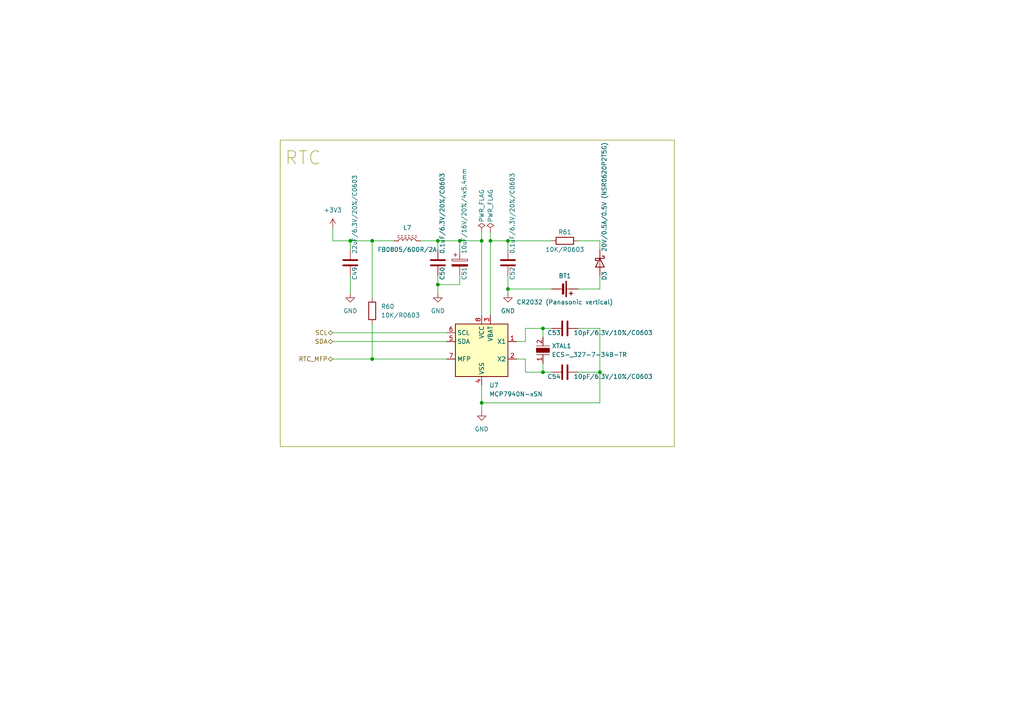
<source format=kicad_sch>
(kicad_sch (version 20230121) (generator eeschema)
  (paper "A4")
  (title_block (title "ESP32") (date "2023-12-22") (rev "A") (comment 1 "Author: Nicolae-Andrei Vasile"))
  (lib_symbols
    (symbol "Device:Battery_Cell" (pin_numbers hide) (pin_names (offset 0) hide)
      (property "Reference" "BT" (at 2.54 2.54 0))
      (property "Value" "Battery_Cell" (at 2.54 0 0))
      (symbol "Battery_Cell_0_1"
        (rectangle (start -2.286 1.778) (end 2.286 1.524) (fill (type outline)))
        (rectangle (start -1.524 1.016) (end 1.524 0.508) (fill (type outline)))
        (polyline (pts (xy 0 0.762) (xy 0 0)))
        (polyline (pts (xy 0 1.778) (xy 0 2.54)))
        (polyline (pts (xy 0.762 3.048) (xy 1.778 3.048)) (stroke (width 0.254)))
        (polyline (pts (xy 1.27 3.556) (xy 1.27 2.54)) (stroke (width 0.254)))
      )
      (symbol "Battery_Cell_1_1"
        (pin passive line (at 0 5.08 270) (length 2.54) (name "+") (number "1"))
        (pin passive line (at 0 -2.54 90) (length 2.54) (name "-") (number "2"))
      )
    )
    (symbol "Device:C" (pin_numbers hide) (pin_names (offset 0.254))
      (property "Reference" "C" (at 0.635 2.54 0))
      (property "Value" "C" (at 0.635 -2.54 0))
      (symbol "C_0_1"
        (polyline (pts (xy -2.032 -0.762) (xy 2.032 -0.762)) (stroke (width 0.508)))
        (polyline (pts (xy -2.032 0.762) (xy 2.032 0.762)) (stroke (width 0.508)))
      )
      (symbol "C_1_1"
        (pin passive line (at 0 3.81 270) (length 2.794) (name "~") (number "1"))
        (pin passive line (at 0 -3.81 90) (length 2.794) (name "~") (number "2"))
      )
    )
    (symbol "Device:C_Polarized" (pin_numbers hide) (pin_names (offset 0.254))
      (property "Reference" "C" (at 0.635 2.54 0))
      (property "Value" "C_Polarized" (at 0.635 -2.54 0))
      (symbol "C_Polarized_0_1"
        (rectangle (start -2.286 0.508) (end 2.286 1.016))
        (polyline (pts (xy -1.778 2.286) (xy -0.762 2.286)))
        (polyline (pts (xy -1.27 2.794) (xy -1.27 1.778)))
        (rectangle (start 2.286 -0.508) (end -2.286 -1.016) (fill (type outline)))
      )
      (symbol "C_Polarized_1_1"
        (pin passive line (at 0 3.81 270) (length 2.794) (name "~") (number "1"))
        (pin passive line (at 0 -3.81 90) (length 2.794) (name "~") (number "2"))
      )
    )
    (symbol "Device:D_Schottky" (pin_numbers hide) (pin_names (offset 1.016) hide)
      (property "Reference" "D" (at 0 2.54 0))
      (property "Value" "D_Schottky" (at 0 -2.54 0))
      (symbol "D_Schottky_0_1"
        (polyline (pts (xy 1.27 0) (xy -1.27 0)))
        (polyline (pts (xy 1.27 1.27) (xy 1.27 -1.27) (xy -1.27 0) (xy 1.27 1.27)) (stroke (width 0.254)))
        (polyline (pts (xy -1.905 0.635) (xy -1.905 1.27) (xy -1.27 1.27) (xy -1.27 -1.27) (xy -0.635 -1.27) (xy -0.635 -0.635)) (stroke (width 0.254)))
      )
      (symbol "D_Schottky_1_1"
        (pin passive line (at -3.81 0 0) (length 2.54) (name "K") (number "1"))
        (pin passive line (at 3.81 0 180) (length 2.54) (name "A") (number "2"))
      )
    )
    (symbol "Device:L_Ferrite" (pin_numbers hide) (pin_names (offset 1.016) hide)
      (property "Reference" "L" (at -1.27 0 90))
      (property "Value" "L_Ferrite" (at 2.794 0 90))
      (symbol "L_Ferrite_0_1"
        (arc (start 0 -2.54) (mid 0.6323 -1.905) (end 0 -1.27))
        (arc (start 0 -1.27) (mid 0.6323 -0.635) (end 0 0))
        (polyline (pts (xy 1.016 -2.794) (xy 1.016 -2.286)))
        (polyline (pts (xy 1.016 -1.778) (xy 1.016 -1.27)))
        (polyline (pts (xy 1.016 -0.762) (xy 1.016 -0.254)))
        (polyline (pts (xy 1.016 0.254) (xy 1.016 0.762)))
        (polyline (pts (xy 1.016 1.27) (xy 1.016 1.778)))
        (polyline (pts (xy 1.016 2.286) (xy 1.016 2.794)))
        (polyline (pts (xy 1.524 -2.286) (xy 1.524 -2.794)))
        (polyline (pts (xy 1.524 -1.27) (xy 1.524 -1.778)))
        (polyline (pts (xy 1.524 -0.254) (xy 1.524 -0.762)))
        (polyline (pts (xy 1.524 0.762) (xy 1.524 0.254)))
        (polyline (pts (xy 1.524 1.778) (xy 1.524 1.27)))
        (polyline (pts (xy 1.524 2.794) (xy 1.524 2.286)))
        (arc (start 0 0) (mid 0.6323 0.635) (end 0 1.27))
        (arc (start 0 1.27) (mid 0.6323 1.905) (end 0 2.54))
      )
      (symbol "L_Ferrite_1_1"
        (pin passive line (at 0 3.81 270) (length 1.27) (name "1") (number "1"))
        (pin passive line (at 0 -3.81 90) (length 1.27) (name "2") (number "2"))
      )
    )
    (symbol "Device:R" (pin_numbers hide) (pin_names (offset 0))
      (property "Reference" "R" (at 2.032 0 90))
      (property "Value" "R" (at 0 0 90))
      (symbol "R_0_1"
        (rectangle (start -1.016 -2.54) (end 1.016 2.54) (stroke (width 0.254)))
      )
      (symbol "R_1_1"
        (pin passive line (at 0 3.81 270) (length 1.27) (name "~") (number "1"))
        (pin passive line (at 0 -3.81 90) (length 1.27) (name "~") (number "2"))
      )
    )
    (symbol "Timer_RTC:MCP7940N-xSN"
      (property "Reference" "U" (at -6.35 8.89 0))
      (property "Value" "MCP7940N-xSN" (at 11.43 8.89 0))
      (symbol "MCP7940N-xSN_0_1"
        (rectangle (start -7.62 7.62) (end 7.62 -7.62) (stroke (width 0.254)) (fill (type background)))
      )
      (symbol "MCP7940N-xSN_1_1"
        (pin input line (at 10.16 2.54 180) (length 2.54) (name "X1") (number "1"))
        (pin output line (at 10.16 -2.54 180) (length 2.54) (name "X2") (number "2"))
        (pin power_in line (at 2.54 10.16 270) (length 2.54) (name "VBAT") (number "3"))
        (pin power_in line (at 0 -10.16 90) (length 2.54) (name "VSS") (number "4"))
        (pin bidirectional line (at -10.16 2.54 0) (length 2.54) (name "SDA") (number "5"))
        (pin input line (at -10.16 5.08 0) (length 2.54) (name "SCL") (number "6"))
        (pin open_collector line (at -10.16 -2.54 0) (length 2.54) (name "MFP") (number "7"))
        (pin power_in line (at 0 10.16 270) (length 2.54) (name "VCC") (number "8"))
      )
    )
    (symbol "dk_Crystals:ECS-_327-12_5-34B-TR" (pin_names (offset 1.016))
      (property "Reference" "XTAL" (at 0 3.81 0))
      (property "Value" "ECS-_327-12_5-34B-TR" (at 0 -3.81 0))
      (symbol "ECS-_327-12_5-34B-TR_1_1"
        (rectangle (start -0.635 1.905) (end 0.635 -1.905) (fill (type outline)))
        (polyline (pts (xy -1.27 1.905) (xy -1.27 -1.905)))
        (polyline (pts (xy 1.27 1.905) (xy 1.27 -1.905)))
        (pin bidirectional line (at -3.81 0 0) (length 2.54) (name "~") (number "1"))
        (pin bidirectional line (at 3.81 0 180) (length 2.54) (name "~") (number "2"))
      )
    )
    (symbol "power:+3V3" (power) (pin_names (offset 0))
      (property "Value" "+3V3" (at 0 3.556 0))
      (symbol "+3V3_0_1"
        (polyline (pts (xy -0.762 1.27) (xy 0 2.54)))
        (polyline (pts (xy 0 0) (xy 0 2.54)))
        (polyline (pts (xy 0 2.54) (xy 0.762 1.27)))
      )
      (symbol "+3V3_1_1"
        (pin power_in line (at 0 0 90) (length 0) hide (name "+3V3") (number "1"))
      )
    )
    (symbol "power:GND" (power) (pin_names (offset 0))
      (property "Value" "GND" (at 0 -3.81 0))
      (symbol "GND_0_1"
        (polyline (pts (xy 0 0) (xy 0 -1.27) (xy 1.27 -1.27) (xy 0 -2.54) (xy -1.27 -1.27) (xy 0 -1.27)))
      )
      (symbol "GND_1_1"
        (pin power_in line (at 0 0 270) (length 0) hide (name "GND") (number "1"))
      )
    )
    (symbol "power:PWR_FLAG" (power) (pin_numbers hide) (pin_names (offset 0) hide)
      (property "Value" "PWR_FLAG" (at 0 3.81 0))
      (symbol "PWR_FLAG_0_0"
        (pin power_out line (at 0 0 90) (length 0) (name "pwr") (number "1"))
      )
      (symbol "PWR_FLAG_0_1"
        (polyline (pts (xy 0 0) (xy 0 1.27) (xy -1.016 1.905) (xy 0 2.54) (xy 1.016 1.905) (xy 0 1.27)))
      )
    )
  )
  (junction (at 147.32 83.82))
  (junction (at 147.32 69.85))
  (junction (at 173.99 107.95))
  (junction (at 107.95 69.85))
  (junction (at 127 82.55))
  (junction (at 127 69.85))
  (junction (at 139.7 116.84))
  (junction (at 101.6 69.85))
  (junction (at 139.7 69.85))
  (junction (at 107.95 104.14))
  (junction (at 157.48 107.95))
  (junction (at 142.24 69.85))
  (junction (at 133.35 69.85))
  (junction (at 157.48 95.25))
  (wire (pts (xy 96.52 69.85) (xy 101.6 69.85)))
  (wire (pts (xy 167.64 107.95) (xy 173.99 107.95)))
  (wire (pts (xy 147.32 83.82) (xy 147.32 85.09)))
  (wire (pts (xy 173.99 95.25) (xy 173.99 107.95)))
  (wire (pts (xy 152.4 104.14) (xy 152.4 107.95)))
  (wire (pts (xy 157.48 95.25) (xy 160.02 95.25)))
  (wire (pts (xy 139.7 91.44) (xy 139.7 69.85)))
  (wire (pts (xy 167.64 69.85) (xy 173.99 69.85)))
  (wire (pts (xy 127 69.85) (xy 133.35 69.85)))
  (wire (pts (xy 142.24 69.85) (xy 147.32 69.85)))
  (wire (pts (xy 173.99 69.85) (xy 173.99 72.39)))
  (wire (pts (xy 147.32 83.82) (xy 160.02 83.82)))
  (wire (pts (xy 167.64 95.25) (xy 173.99 95.25)))
  (wire (pts (xy 173.99 116.84) (xy 139.7 116.84)))
  (wire (pts (xy 133.35 82.55) (xy 127 82.55)))
  (wire (pts (xy 107.95 69.85) (xy 114.3 69.85)))
  (wire (pts (xy 101.6 80.01) (xy 101.6 85.09)))
  (wire (pts (xy 127 72.39) (xy 127 69.85)))
  (wire (pts (xy 96.52 104.14) (xy 107.95 104.14)))
  (wire (pts (xy 149.86 104.14) (xy 152.4 104.14)))
  (wire (pts (xy 139.7 111.76) (xy 139.7 116.84)))
  (wire (pts (xy 107.95 69.85) (xy 107.95 86.36)))
  (wire (pts (xy 127 82.55) (xy 127 85.09)))
  (wire (pts (xy 152.4 95.25) (xy 157.48 95.25)))
  (wire (pts (xy 149.86 99.06) (xy 152.4 99.06)))
  (wire (pts (xy 152.4 99.06) (xy 152.4 95.25)))
  (wire (pts (xy 147.32 80.01) (xy 147.32 83.82)))
  (wire (pts (xy 173.99 83.82) (xy 173.99 80.01)))
  (wire (pts (xy 157.48 105.41) (xy 157.48 107.95)))
  (wire (pts (xy 107.95 104.14) (xy 107.95 93.98)))
  (wire (pts (xy 173.99 107.95) (xy 173.99 116.84)))
  (wire (pts (xy 157.48 107.95) (xy 160.02 107.95)))
  (wire (pts (xy 142.24 67.31) (xy 142.24 69.85)))
  (wire (pts (xy 147.32 72.39) (xy 147.32 69.85)))
  (wire (pts (xy 133.35 80.01) (xy 133.35 82.55)))
  (wire (pts (xy 96.52 69.85) (xy 96.52 66.04)))
  (wire (pts (xy 133.35 69.85) (xy 133.35 72.39)))
  (wire (pts (xy 157.48 97.79) (xy 157.48 95.25)))
  (wire (pts (xy 142.24 69.85) (xy 142.24 91.44)))
  (wire (pts (xy 139.7 67.31) (xy 139.7 69.85)))
  (wire (pts (xy 139.7 116.84) (xy 139.7 119.38)))
  (wire (pts (xy 127 80.01) (xy 127 82.55)))
  (wire (pts (xy 129.54 104.14) (xy 107.95 104.14)))
  (wire (pts (xy 121.92 69.85) (xy 127 69.85)))
  (wire (pts (xy 167.64 83.82) (xy 173.99 83.82)))
  (wire (pts (xy 96.52 99.06) (xy 129.54 99.06)))
  (wire (pts (xy 152.4 107.95) (xy 157.48 107.95)))
  (wire (pts (xy 101.6 72.39) (xy 101.6 69.85)))
  (wire (pts (xy 96.52 96.52) (xy 129.54 96.52)))
  (wire (pts (xy 101.6 69.85) (xy 107.95 69.85)))
  (wire (pts (xy 147.32 69.85) (xy 160.02 69.85)))
  (wire (pts (xy 139.7 69.85) (xy 133.35 69.85)))
  (rectangle (start 81.28 40.64) (end 195.58 129.54) (stroke (width 0) (color 140 140 0 1)))
  (text "RTC" (at 82.55 48.26 0) (effects (font (size 3.81 3.81)) (justify left bottom)))
  (hierarchical_label "SCL" (shape bidirectional) (at 96.52 96.52 180))
  (hierarchical_label "SDA" (shape bidirectional) (at 96.52 99.06 180))
  (hierarchical_label "RTC_MFP" (shape bidirectional) (at 96.52 104.14 180))
  (symbol (lib_id "Device:C") (at 127 76.2 0) (unit 1)
    (property "Reference" "C50" (at 128.27 81.28 90) (effects (justify left)))
    (property "Value" "0.1uF/6.3V/20%/C0603" (at 128.27 73.66 90) (effects (justify left)))
    (property "Footprint" "Capacitor_SMD:C_0603_1608Metric" (effects hide))
    (instances (project "ESP32-PLC" (path "" (reference "C50") (unit 1))) (project "SAM4E-PLC" (path "" (reference "C70") (unit 1)) (path "" (reference "C99") (unit 1))))
  )
  (symbol (lib_id "Device:C") (at 147.32 76.2 0) (unit 1)
    (property "Reference" "C52" (at 148.59 81.28 90) (effects (justify left)))
    (property "Value" "0.1uF/6.3V/20%/C0603" (at 148.59 73.66 90) (effects (justify left)))
    (property "Footprint" "Capacitor_SMD:C_0603_1608Metric" (effects hide))
    (instances (project "ESP32-PLC" (path "" (reference "C52") (unit 1))) (project "SAM4E-PLC" (path "" (reference "C70") (unit 1)) (path "" (reference "C101") (unit 1))))
  )
  (symbol (lib_id "Device:C") (at 163.83 95.25 270) (unit 1)
    (property "Reference" "C53" (at 158.75 96.52 90) (effects (justify left)))
    (property "Value" "10pF/6.3V/10%/C0603" (at 166.37 96.52 90) (effects (justify left)))
    (property "Footprint" "Capacitor_SMD:C_0603_1608Metric" (effects hide))
    (instances (project "ESP32-PLC" (path "" (reference "C53") (unit 1))) (project "SAM4E-PLC" (path "" (reference "C3") (unit 1)) (path "" (reference "C5") (unit 1)) (path "" (reference "C102") (unit 1))))
  )
  (symbol (lib_id "Device:C") (at 163.83 107.95 270) (unit 1)
    (property "Reference" "C54" (at 158.75 109.22 90) (effects (justify left)))
    (property "Value" "10pF/6.3V/10%/C0603" (at 166.37 109.22 90) (effects (justify left)))
    (property "Footprint" "Capacitor_SMD:C_0603_1608Metric" (effects hide))
    (instances (project "ESP32-PLC" (path "" (reference "C54") (unit 1))) (project "SAM4E-PLC" (path "" (reference "C3") (unit 1)) (path "" (reference "C6") (unit 1)) (path "" (reference "C103") (unit 1))))
  )
  (symbol (lib_id "power:PWR_FLAG") (at 139.7 67.31 0) (unit 1)
    (property "Reference" "#FLG012" (effects hide))
    (property "Value" "PWR_FLAG" (at 139.7 59.69 90))
    (instances (project "ESP32-PLC" (path "" (reference "#FLG012") (unit 1))) (project "SAM4E-PLC" (path "" (reference "#FLG01") (unit 1)) (path "" (reference "#FLG018") (unit 1))))
  )
  (symbol (lib_id "Device:Battery_Cell") (at 162.56 83.82 270) (unit 1)
    (property "Reference" "BT1" (at 163.83 80.01 90))
    (property "Value" "CR2032 (Panasonic vertical)" (at 163.83 87.63 90))
    (property "Footprint" "Battery:Battery_Panasonic_CR2032-VS1N_Vertical_CircularHoles" (effects hide))
    (property "Datasheet" "https://ro.mouser.com/datasheet/2/215/057-744095.pdf" (effects hide))
  )
  (symbol (lib_id "power:GND") (at 101.6 85.09 0) (unit 1)
    (property "Reference" "#PWR056" (effects hide))
    (property "Value" "GND" (at 101.6 90.17 0))
    (instances (project "ESP32-PLC" (path "" (reference "#PWR056") (unit 1))) (project "SAM4E-PLC" (path "" (reference "#PWR03") (unit 1)) (path "" (reference "#PWR02") (unit 1)) (path "" (reference "#PWR091") (unit 1))))
  )
  (symbol (lib_id "Device:C") (at 101.6 76.2 0) (unit 1)
    (property "Reference" "C49" (at 102.87 81.28 90) (effects (justify left)))
    (property "Value" "22uF/6.3V/20%/C0603" (at 102.87 73.66 90) (effects (justify left)))
    (property "Footprint" "Capacitor_SMD:C_0603_1608Metric" (effects hide))
    (instances (project "ESP32-PLC" (path "" (reference "C49") (unit 1))) (project "SAM4E-PLC" (path "" (reference "C1") (unit 1)) (path "" (reference "C1") (unit 1)) (path "" (reference "C98") (unit 1))))
  )
  (symbol (lib_id "Timer_RTC:MCP7940N-xSN") (at 139.7 101.6 0) (unit 1)
    (property "Reference" "U7" (at 141.8941 111.76 0) (effects (justify left)))
    (property "Value" "MCP7940N-xSN" (at 141.8941 114.3 0) (effects (justify left)))
    (property "Footprint" "Package_SO:SOIC-8_3.9x4.9mm_P1.27mm" (effects hide))
    (property "Datasheet" "http://ww1.microchip.com/downloads/en/DeviceDoc/20005010F.pdf" (effects hide))
    (instances (project "ESP32-PLC" (path "" (reference "U7") (unit 1))) (project "SAM4E-PLC" (path "" (reference "U1") (unit 1)) (path "" (reference "U15") (unit 1))))
  )
  (symbol (lib_id "Device:C_Polarized") (at 133.35 76.2 0) (unit 1)
    (property "Reference" "C51" (at 134.62 81.28 90) (effects (justify left)))
    (property "Value" "10uF/16V/20%/4x5.4mm" (at 134.62 73.66 90) (effects (justify left)))
    (property "Footprint" "Capacitor_SMD:CP_Elec_4x5.4" (effects hide))
    (instances (project "ESP32-PLC" (path "" (reference "C51") (unit 1))) (project "SAM4E-PLC" (path "" (reference "C71") (unit 1)) (path "" (reference "C100") (unit 1))))
  )
  (symbol (lib_id "Device:R") (at 107.95 90.17 0) (unit 1)
    (property "Reference" "R60" (at 110.49 88.9 0) (effects (justify left)))
    (property "Value" "10K/R0603" (at 110.49 91.44 0) (effects (justify left)))
    (property "Footprint" "Resistor_SMD:R_0603_1608Metric" (effects hide))
    (instances (project "ESP32-PLC" (path "" (reference "R60") (unit 1))) (project "SAM4E-PLC" (path "" (reference "R9") (unit 1)) (path "" (reference "R1") (unit 1)) (path "" (reference "R115") (unit 1))))
  )
  (symbol (lib_id "power:PWR_FLAG") (at 142.24 67.31 0) (unit 1)
    (property "Reference" "#FLG013" (effects hide))
    (property "Value" "PWR_FLAG" (at 142.24 59.69 90))
    (instances (project "ESP32-PLC" (path "" (reference "#FLG013") (unit 1))) (project "SAM4E-PLC" (path "" (reference "#FLG02") (unit 1)) (path "" (reference "#FLG019") (unit 1))))
  )
  (symbol (lib_id "Device:R") (at 163.83 69.85 90) (unit 1)
    (property "Reference" "R61" (at 163.83 67.31 90))
    (property "Value" "10K/R0603" (at 163.83 72.39 90))
    (property "Footprint" "Resistor_SMD:R_0603_1608Metric" (effects hide))
    (instances (project "ESP32-PLC" (path "" (reference "R61") (unit 1))) (project "SAM4E-PLC" (path "" (reference "R9") (unit 1)) (path "" (reference "R2") (unit 1)) (path "" (reference "R116") (unit 1))))
  )
  (symbol (lib_id "power:GND") (at 147.32 85.09 0) (unit 1)
    (property "Reference" "#PWR059" (effects hide))
    (property "Value" "GND" (at 147.32 90.17 0))
    (instances (project "ESP32-PLC" (path "" (reference "#PWR059") (unit 1))) (project "SAM4E-PLC" (path "" (reference "#PWR05") (unit 1)) (path "" (reference "#PWR05") (unit 1)) (path "" (reference "#PWR094") (unit 1))))
  )
  (symbol (lib_id "Device:L_Ferrite") (at 118.11 69.85 90) (unit 1)
    (property "Reference" "L7" (at 118.11 66.04 90))
    (property "Value" "FB0805/600R/2A" (at 118.11 72.39 90))
    (property "Footprint" "Inductor_SMD:L_0805_2012Metric" (effects hide))
    (property "Datasheet" "https://ro.mouser.com/datasheet/2/87/eaton_mfbm1v2012_high_current_multilayer_ferrite_c-1890685.pdf" (effects hide))
    (instances (project "ESP32-PLC" (path "" (reference "L7") (unit 1))) (project "SAM4E-PLC" (path "" (reference "L?") (unit 1)) (path "" (reference "L?") (unit 1)) (path "" (reference "L9") (unit 1)) (path "" (reference "L14") (unit 1))))
  )
  (symbol (lib_id "power:GND") (at 127 85.09 0) (unit 1)
    (property "Reference" "#PWR057" (effects hide))
    (property "Value" "GND" (at 127 90.17 0))
    (instances (project "ESP32-PLC" (path "" (reference "#PWR057") (unit 1))) (project "SAM4E-PLC" (path "" (reference "#PWR05") (unit 1)) (path "" (reference "#PWR03") (unit 1)) (path "" (reference "#PWR092") (unit 1))))
  )
  (symbol (lib_id "power:GND") (at 139.7 119.38 0) (unit 1)
    (property "Reference" "#PWR058" (effects hide))
    (property "Value" "GND" (at 139.7 124.46 0))
    (instances (project "ESP32-PLC" (path "" (reference "#PWR058") (unit 1))) (project "SAM4E-PLC" (path "" (reference "#PWR05") (unit 1)) (path "" (reference "#PWR04") (unit 1)) (path "" (reference "#PWR093") (unit 1))))
  )
  (symbol (lib_id "Device:D_Schottky") (at 173.99 76.2 270) (unit 1)
    (property "Reference" "D3" (at 175.26 80.01 0))
    (property "Value" "20V/0.5A/0.5V (NSR0620P2T5G)" (at 175.26 57.15 0))
    (property "Footprint" "Diode_SMD:D_SOD-923" (effects hide))
    (instances (project "ESP32-PLC" (path "" (reference "D3") (unit 1))) (project "SAM4E-PLC" (path "" (reference "D39") (unit 1))))
  )
  (symbol (lib_id "dk_Crystals:ECS-_327-12_5-34B-TR") (at 157.48 101.6 90) (unit 1)
    (property "Reference" "XTAL1" (at 160.02 100.33 90) (effects (justify right)))
    (property "Value" "ECS-_327-7-34B-TR" (at 160.02 102.87 90) (effects (justify right)))
    (property "Footprint" "digikey-footprints:SMD-2_3.2x1.5mm" (effects hide))
    (property "Datasheet" "http://www.ecsxtal.com/store/pdf/ecx-31b.pdf" (effects hide))
    (property "Digi-Key_PN" "XC1617CT-ND" (effects hide))
    (property "MPN" "ECS-.327-12.5-34B-TR" (effects hide))
    (property "Category" "Crystals, Oscillators, Resonators" (effects hide))
    (property "Family" "Crystals" (effects hide))
    (property "DK_Datasheet_Link" "http://www.ecsxtal.com/store/pdf/ecx-31b.pdf" (effects hide))
    (property "DK_Detail_Page" "/product-detail/en/ecs-inc/ECS-.327-12.5-34B-TR/XC1617CT-ND/1693786" (effects hide))
    (property "Description" "CRYSTAL 32.7680KHZ 12.5PF SMD" (effects hide))
    (property "Manufacturer" "ECS Inc." (effects hide))
    (property "Status" "Active" (effects hide))
  )
  (symbol (lib_id "power:+3V3") (at 96.52 66.04 0) (unit 1)
    (property "Reference" "#PWR055" (effects hide))
    (property "Value" "+3V3" (at 96.52 60.96 0))
    (instances (project "ESP32-PLC" (path "" (reference "#PWR055") (unit 1))) (project "SAM4E-PLC" (path "" (reference "#PWR01") (unit 1)) (path "" (reference "#PWR01") (unit 1)) (path "" (reference "#PWR090") (unit 1))))
  )
)
</source>
